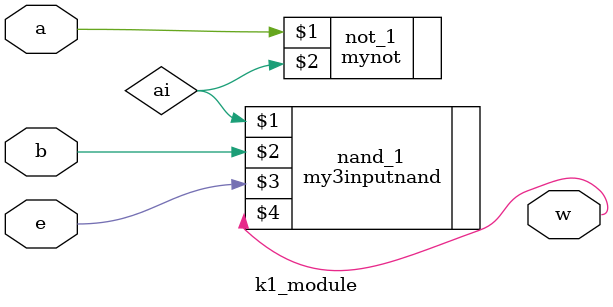
<source format=v>
`timescale 1ns/1ns
module k1_module(input a, b, e, output w);
	wire ai;
	mynot not_1(a, ai);
	my3inputnand nand_1(ai, b, e, w);
endmodule

</source>
